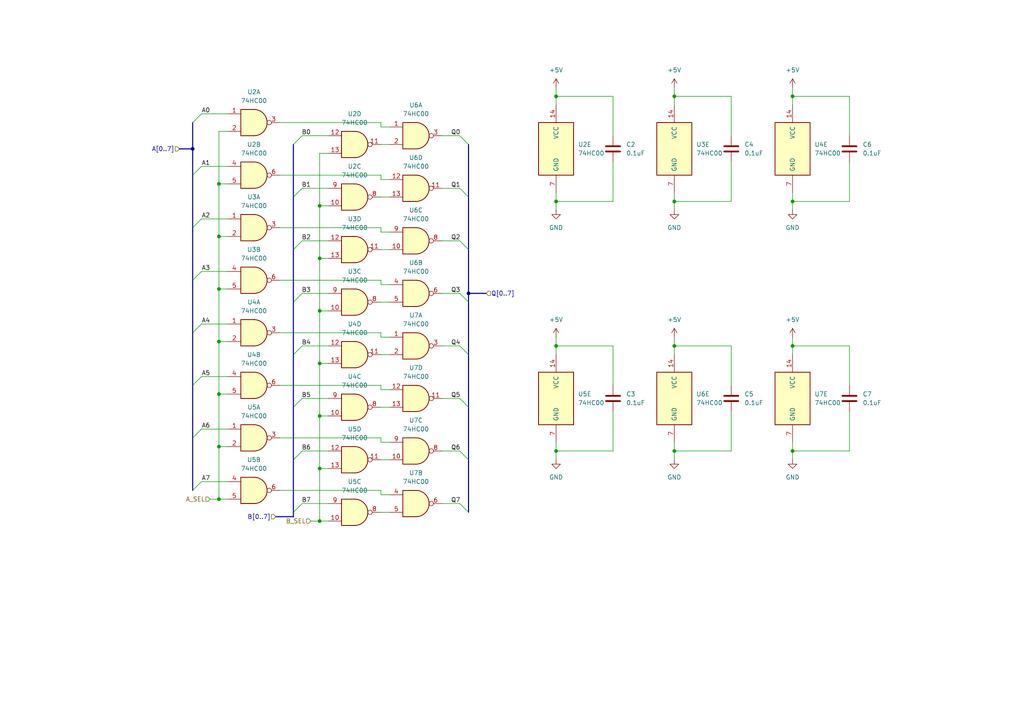
<source format=kicad_sch>
(kicad_sch (version 20230121) (generator eeschema)
  (paper "A4")
  (lib_symbols
    (symbol "74xx:74HC00" (pin_names (offset 1.016))
      (property "Reference" "U" (at 0 1.27 0))
      (property "Value" "74HC00" (at 0 -1.27 0))
      (symbol "74HC00_1_1"
        (arc (start 0 -3.81) (mid 3.7934 0) (end 0 3.81) (stroke (width 0.254)) (fill (type background)))
        (polyline (pts (xy 0 3.81) (xy -3.81 3.81) (xy -3.81 -3.81) (xy 0 -3.81)) (stroke (width 0.254)) (fill (type background)))
        (pin input line (at -7.62 2.54 0) (length 3.81) (name "~") (number "1"))
        (pin input line (at -7.62 -2.54 0) (length 3.81) (name "~") (number "2"))
        (pin output inverted (at 7.62 0 180) (length 3.81) (name "~") (number "3"))
      )
      (symbol "74HC00_1_2"
        (arc (start -3.81 -3.81) (mid -2.589 0) (end -3.81 3.81) (stroke (width 0.254)))
        (arc (start -0.6096 -3.81) (mid 2.1842 -2.5851) (end 3.81 0) (stroke (width 0.254)) (fill (type background)))
        (polyline (pts (xy -3.81 -3.81) (xy -0.635 -3.81)) (stroke (width 0.254)) (fill (type background)))
        (polyline (pts (xy -3.81 3.81) (xy -0.635 3.81)) (stroke (width 0.254)) (fill (type background)))
        (polyline (pts (xy -0.635 3.81) (xy -3.81 3.81) (xy -3.81 3.81) (xy -3.556 3.4036) (xy -3.0226 2.2606) (xy -2.6924 1.0414) (xy -2.6162 -0.254) (xy -2.7686 -1.4986) (xy -3.175 -2.7178) (xy -3.81 -3.81) (xy -3.81 -3.81) (xy -0.635 -3.81)) (stroke (width -25.4)) (fill (type background)))
        (arc (start 3.81 0) (mid 2.1915 2.5936) (end -0.6096 3.81) (stroke (width 0.254)) (fill (type background)))
        (pin input inverted (at -7.62 2.54 0) (length 4.318) (name "~") (number "1"))
        (pin input inverted (at -7.62 -2.54 0) (length 4.318) (name "~") (number "2"))
        (pin output line (at 7.62 0 180) (length 3.81) (name "~") (number "3"))
      )
      (symbol "74HC00_2_1"
        (arc (start 0 -3.81) (mid 3.7934 0) (end 0 3.81) (stroke (width 0.254)) (fill (type background)))
        (polyline (pts (xy 0 3.81) (xy -3.81 3.81) (xy -3.81 -3.81) (xy 0 -3.81)) (stroke (width 0.254)) (fill (type background)))
        (pin input line (at -7.62 2.54 0) (length 3.81) (name "~") (number "4"))
        (pin input line (at -7.62 -2.54 0) (length 3.81) (name "~") (number "5"))
        (pin output inverted (at 7.62 0 180) (length 3.81) (name "~") (number "6"))
      )
      (symbol "74HC00_2_2"
        (arc (start -3.81 -3.81) (mid -2.589 0) (end -3.81 3.81) (stroke (width 0.254)))
        (arc (start -0.6096 -3.81) (mid 2.1842 -2.5851) (end 3.81 0) (stroke (width 0.254)) (fill (type background)))
        (polyline (pts (xy -3.81 -3.81) (xy -0.635 -3.81)) (stroke (width 0.254)) (fill (type background)))
        (polyline (pts (xy -3.81 3.81) (xy -0.635 3.81)) (stroke (width 0.254)) (fill (type background)))
        (polyline (pts (xy -0.635 3.81) (xy -3.81 3.81) (xy -3.81 3.81) (xy -3.556 3.4036) (xy -3.0226 2.2606) (xy -2.6924 1.0414) (xy -2.6162 -0.254) (xy -2.7686 -1.4986) (xy -3.175 -2.7178) (xy -3.81 -3.81) (xy -3.81 -3.81) (xy -0.635 -3.81)) (stroke (width -25.4)) (fill (type background)))
        (arc (start 3.81 0) (mid 2.1915 2.5936) (end -0.6096 3.81) (stroke (width 0.254)) (fill (type background)))
        (pin input inverted (at -7.62 2.54 0) (length 4.318) (name "~") (number "4"))
        (pin input inverted (at -7.62 -2.54 0) (length 4.318) (name "~") (number "5"))
        (pin output line (at 7.62 0 180) (length 3.81) (name "~") (number "6"))
      )
      (symbol "74HC00_3_1"
        (arc (start 0 -3.81) (mid 3.7934 0) (end 0 3.81) (stroke (width 0.254)) (fill (type background)))
        (polyline (pts (xy 0 3.81) (xy -3.81 3.81) (xy -3.81 -3.81) (xy 0 -3.81)) (stroke (width 0.254)) (fill (type background)))
        (pin input line (at -7.62 -2.54 0) (length 3.81) (name "~") (number "10"))
        (pin output inverted (at 7.62 0 180) (length 3.81) (name "~") (number "8"))
        (pin input line (at -7.62 2.54 0) (length 3.81) (name "~") (number "9"))
      )
      (symbol "74HC00_3_2"
        (arc (start -3.81 -3.81) (mid -2.589 0) (end -3.81 3.81) (stroke (width 0.254)))
        (arc (start -0.6096 -3.81) (mid 2.1842 -2.5851) (end 3.81 0) (stroke (width 0.254)) (fill (type background)))
        (polyline (pts (xy -3.81 -3.81) (xy -0.635 -3.81)) (stroke (width 0.254)) (fill (type background)))
        (polyline (pts (xy -3.81 3.81) (xy -0.635 3.81)) (stroke (width 0.254)) (fill (type background)))
        (polyline (pts (xy -0.635 3.81) (xy -3.81 3.81) (xy -3.81 3.81) (xy -3.556 3.4036) (xy -3.0226 2.2606) (xy -2.6924 1.0414) (xy -2.6162 -0.254) (xy -2.7686 -1.4986) (xy -3.175 -2.7178) (xy -3.81 -3.81) (xy -3.81 -3.81) (xy -0.635 -3.81)) (stroke (width -25.4)) (fill (type background)))
        (arc (start 3.81 0) (mid 2.1915 2.5936) (end -0.6096 3.81) (stroke (width 0.254)) (fill (type background)))
        (pin input inverted (at -7.62 -2.54 0) (length 4.318) (name "~") (number "10"))
        (pin output line (at 7.62 0 180) (length 3.81) (name "~") (number "8"))
        (pin input inverted (at -7.62 2.54 0) (length 4.318) (name "~") (number "9"))
      )
      (symbol "74HC00_4_1"
        (arc (start 0 -3.81) (mid 3.7934 0) (end 0 3.81) (stroke (width 0.254)) (fill (type background)))
        (polyline (pts (xy 0 3.81) (xy -3.81 3.81) (xy -3.81 -3.81) (xy 0 -3.81)) (stroke (width 0.254)) (fill (type background)))
        (pin output inverted (at 7.62 0 180) (length 3.81) (name "~") (number "11"))
        (pin input line (at -7.62 2.54 0) (length 3.81) (name "~") (number "12"))
        (pin input line (at -7.62 -2.54 0) (length 3.81) (name "~") (number "13"))
      )
      (symbol "74HC00_4_2"
        (arc (start -3.81 -3.81) (mid -2.589 0) (end -3.81 3.81) (stroke (width 0.254)))
        (arc (start -0.6096 -3.81) (mid 2.1842 -2.5851) (end 3.81 0) (stroke (width 0.254)) (fill (type background)))
        (polyline (pts (xy -3.81 -3.81) (xy -0.635 -3.81)) (stroke (width 0.254)) (fill (type background)))
        (polyline (pts (xy -3.81 3.81) (xy -0.635 3.81)) (stroke (width 0.254)) (fill (type background)))
        (polyline (pts (xy -0.635 3.81) (xy -3.81 3.81) (xy -3.81 3.81) (xy -3.556 3.4036) (xy -3.0226 2.2606) (xy -2.6924 1.0414) (xy -2.6162 -0.254) (xy -2.7686 -1.4986) (xy -3.175 -2.7178) (xy -3.81 -3.81) (xy -3.81 -3.81) (xy -0.635 -3.81)) (stroke (width -25.4)) (fill (type background)))
        (arc (start 3.81 0) (mid 2.1915 2.5936) (end -0.6096 3.81) (stroke (width 0.254)) (fill (type background)))
        (pin output line (at 7.62 0 180) (length 3.81) (name "~") (number "11"))
        (pin input inverted (at -7.62 2.54 0) (length 4.318) (name "~") (number "12"))
        (pin input inverted (at -7.62 -2.54 0) (length 4.318) (name "~") (number "13"))
      )
      (symbol "74HC00_5_0"
        (pin power_in line (at 0 12.7 270) (length 5.08) (name "VCC") (number "14"))
        (pin power_in line (at 0 -12.7 90) (length 5.08) (name "GND") (number "7"))
      )
      (symbol "74HC00_5_1"
        (rectangle (start -5.08 7.62) (end 5.08 -7.62) (stroke (width 0.254)) (fill (type background)))
      )
    )
    (symbol "Device:C" (pin_numbers hide) (pin_names (offset 0.254))
      (property "Reference" "C" (at 0.635 2.54 0))
      (property "Value" "C" (at 0.635 -2.54 0))
      (symbol "C_0_1"
        (polyline (pts (xy -2.032 -0.762) (xy 2.032 -0.762)) (stroke (width 0.508)))
        (polyline (pts (xy -2.032 0.762) (xy 2.032 0.762)) (stroke (width 0.508)))
      )
      (symbol "C_1_1"
        (pin passive line (at 0 3.81 270) (length 2.794) (name "~") (number "1"))
        (pin passive line (at 0 -3.81 90) (length 2.794) (name "~") (number "2"))
      )
    )
    (symbol "power:+5V" (power) (pin_names (offset 0))
      (property "Value" "+5V" (at 0 3.556 0))
      (symbol "+5V_0_1"
        (polyline (pts (xy -0.762 1.27) (xy 0 2.54)))
        (polyline (pts (xy 0 0) (xy 0 2.54)))
        (polyline (pts (xy 0 2.54) (xy 0.762 1.27)))
      )
      (symbol "+5V_1_1"
        (pin power_in line (at 0 0 90) (length 0) hide (name "+5V") (number "1"))
      )
    )
    (symbol "power:GND" (power) (pin_names (offset 0))
      (property "Value" "GND" (at 0 -3.81 0))
      (symbol "GND_0_1"
        (polyline (pts (xy 0 0) (xy 0 -1.27) (xy 1.27 -1.27) (xy 0 -2.54) (xy -1.27 -1.27) (xy 0 -1.27)))
      )
      (symbol "GND_1_1"
        (pin power_in line (at 0 0 270) (length 0) hide (name "GND") (number "1"))
      )
    )
  )
  (junction (at 161.29 27.94))
  (junction (at 63.5 129.54))
  (junction (at 92.71 90.17))
  (junction (at 161.29 130.81))
  (junction (at 63.5 83.82))
  (junction (at 161.29 58.42))
  (junction (at 63.5 99.06))
  (junction (at 161.29 100.33))
  (junction (at 92.71 135.89))
  (junction (at 195.58 27.94))
  (junction (at 92.71 74.93))
  (junction (at 55.88 43.18))
  (junction (at 135.89 85.09))
  (junction (at 195.58 58.42))
  (junction (at 229.87 27.94))
  (junction (at 92.71 151.13))
  (junction (at 63.5 114.3))
  (junction (at 63.5 144.78))
  (junction (at 92.71 105.41))
  (junction (at 229.87 130.81))
  (junction (at 63.5 68.58))
  (junction (at 63.5 53.34))
  (junction (at 195.58 100.33))
  (junction (at 229.87 100.33))
  (junction (at 229.87 58.42))
  (junction (at 195.58 130.81))
  (junction (at 92.71 59.69))
  (junction (at 92.71 120.65))
  (bus_entry (at 133.35 130.81) (size 2.54 2.54))
  (bus_entry (at 87.63 85.09) (size -2.54 2.54))
  (bus_entry (at 87.63 54.61) (size -2.54 2.54))
  (bus_entry (at 58.42 48.26) (size -2.54 2.54))
  (bus_entry (at 58.42 93.98) (size -2.54 2.54))
  (bus_entry (at 87.63 115.57) (size -2.54 2.54))
  (bus_entry (at 58.42 78.74) (size -2.54 2.54))
  (bus_entry (at 133.35 69.85) (size 2.54 2.54))
  (bus_entry (at 58.42 109.22) (size -2.54 2.54))
  (bus_entry (at 87.63 39.37) (size -2.54 2.54))
  (bus_entry (at 87.63 69.85) (size -2.54 2.54))
  (bus_entry (at 58.42 33.02) (size -2.54 2.54))
  (bus_entry (at 133.35 85.09) (size 2.54 2.54))
  (bus_entry (at 87.63 100.33) (size -2.54 2.54))
  (bus_entry (at 133.35 115.57) (size 2.54 2.54))
  (bus_entry (at 133.35 39.37) (size 2.54 2.54))
  (bus_entry (at 58.42 139.7) (size -2.54 2.54))
  (bus_entry (at 133.35 54.61) (size 2.54 2.54))
  (bus_entry (at 87.63 130.81) (size -2.54 2.54))
  (bus_entry (at 58.42 124.46) (size -2.54 2.54))
  (bus_entry (at 133.35 146.05) (size 2.54 2.54))
  (bus_entry (at 87.63 146.05) (size -2.54 2.54))
  (bus_entry (at 133.35 100.33) (size 2.54 2.54))
  (bus_entry (at 58.42 63.5) (size -2.54 2.54))
  (wire (pts (xy 195.58 58.42) (xy 195.58 55.88)))
  (bus (pts (xy 85.09 57.15) (xy 85.09 72.39)))
  (wire (pts (xy 113.03 128.27) (xy 110.49 128.27)))
  (wire (pts (xy 92.71 120.65) (xy 92.71 135.89)))
  (wire (pts (xy 246.38 39.37) (xy 246.38 27.94)))
  (wire (pts (xy 229.87 58.42) (xy 229.87 55.88)))
  (wire (pts (xy 110.49 81.28) (xy 81.28 81.28)))
  (wire (pts (xy 229.87 58.42) (xy 229.87 60.96)))
  (wire (pts (xy 66.04 83.82) (xy 63.5 83.82)))
  (wire (pts (xy 66.04 114.3) (xy 63.5 114.3)))
  (bus (pts (xy 85.09 133.35) (xy 85.09 148.59)))
  (wire (pts (xy 229.87 97.79) (xy 229.87 100.33)))
  (wire (pts (xy 92.71 74.93) (xy 95.25 74.93)))
  (wire (pts (xy 110.49 128.27) (xy 110.49 127)))
  (wire (pts (xy 177.8 27.94) (xy 161.29 27.94)))
  (wire (pts (xy 195.58 25.4) (xy 195.58 27.94)))
  (wire (pts (xy 128.27 54.61) (xy 133.35 54.61)))
  (wire (pts (xy 66.04 48.26) (xy 58.42 48.26)))
  (wire (pts (xy 110.49 87.63) (xy 113.03 87.63)))
  (wire (pts (xy 113.03 82.55) (xy 110.49 82.55)))
  (bus (pts (xy 135.89 41.91) (xy 135.89 57.15)))
  (wire (pts (xy 195.58 97.79) (xy 195.58 100.33)))
  (wire (pts (xy 128.27 85.09) (xy 133.35 85.09)))
  (wire (pts (xy 95.25 130.81) (xy 87.63 130.81)))
  (wire (pts (xy 95.25 85.09) (xy 87.63 85.09)))
  (wire (pts (xy 177.8 119.38) (xy 177.8 130.81)))
  (wire (pts (xy 110.49 97.79) (xy 113.03 97.79)))
  (wire (pts (xy 161.29 27.94) (xy 161.29 30.48)))
  (bus (pts (xy 135.89 102.87) (xy 135.89 118.11)))
  (wire (pts (xy 110.49 41.91) (xy 113.03 41.91)))
  (bus (pts (xy 135.89 72.39) (xy 135.89 85.09)))
  (wire (pts (xy 161.29 130.81) (xy 161.29 128.27)))
  (wire (pts (xy 113.03 52.07) (xy 110.49 52.07)))
  (wire (pts (xy 95.25 146.05) (xy 87.63 146.05)))
  (wire (pts (xy 177.8 111.76) (xy 177.8 100.33)))
  (wire (pts (xy 110.49 96.52) (xy 110.49 97.79)))
  (wire (pts (xy 92.71 120.65) (xy 95.25 120.65)))
  (wire (pts (xy 95.25 54.61) (xy 87.63 54.61)))
  (wire (pts (xy 66.04 124.46) (xy 58.42 124.46)))
  (wire (pts (xy 63.5 53.34) (xy 63.5 68.58)))
  (wire (pts (xy 81.28 50.8) (xy 110.49 50.8)))
  (wire (pts (xy 246.38 130.81) (xy 229.87 130.81)))
  (wire (pts (xy 92.71 135.89) (xy 92.71 151.13)))
  (wire (pts (xy 95.25 69.85) (xy 87.63 69.85)))
  (wire (pts (xy 113.03 113.03) (xy 110.49 113.03)))
  (wire (pts (xy 229.87 130.81) (xy 229.87 133.35)))
  (wire (pts (xy 110.49 67.31) (xy 110.49 66.04)))
  (wire (pts (xy 110.49 133.35) (xy 113.03 133.35)))
  (wire (pts (xy 92.71 59.69) (xy 92.71 74.93)))
  (wire (pts (xy 66.04 33.02) (xy 58.42 33.02)))
  (wire (pts (xy 95.25 115.57) (xy 87.63 115.57)))
  (wire (pts (xy 212.09 58.42) (xy 195.58 58.42)))
  (wire (pts (xy 161.29 58.42) (xy 161.29 60.96)))
  (wire (pts (xy 212.09 46.99) (xy 212.09 58.42)))
  (wire (pts (xy 92.71 44.45) (xy 92.71 59.69)))
  (wire (pts (xy 177.8 46.99) (xy 177.8 58.42)))
  (wire (pts (xy 63.5 114.3) (xy 63.5 129.54)))
  (wire (pts (xy 92.71 90.17) (xy 92.71 105.41)))
  (wire (pts (xy 92.71 90.17) (xy 95.25 90.17)))
  (wire (pts (xy 195.58 130.81) (xy 195.58 133.35)))
  (bus (pts (xy 135.89 118.11) (xy 135.89 133.35)))
  (wire (pts (xy 246.38 111.76) (xy 246.38 100.33)))
  (bus (pts (xy 55.88 81.28) (xy 55.88 96.52)))
  (wire (pts (xy 212.09 119.38) (xy 212.09 130.81)))
  (wire (pts (xy 110.49 113.03) (xy 110.49 111.76)))
  (wire (pts (xy 110.49 118.11) (xy 113.03 118.11)))
  (wire (pts (xy 113.03 67.31) (xy 110.49 67.31)))
  (wire (pts (xy 63.5 68.58) (xy 63.5 83.82)))
  (wire (pts (xy 66.04 99.06) (xy 63.5 99.06)))
  (wire (pts (xy 128.27 130.81) (xy 133.35 130.81)))
  (wire (pts (xy 66.04 109.22) (xy 58.42 109.22)))
  (wire (pts (xy 195.58 58.42) (xy 195.58 60.96)))
  (wire (pts (xy 110.49 57.15) (xy 113.03 57.15)))
  (wire (pts (xy 110.49 143.51) (xy 110.49 142.24)))
  (wire (pts (xy 195.58 100.33) (xy 195.58 102.87)))
  (wire (pts (xy 66.04 139.7) (xy 58.42 139.7)))
  (wire (pts (xy 110.49 66.04) (xy 81.28 66.04)))
  (wire (pts (xy 161.29 97.79) (xy 161.29 100.33)))
  (wire (pts (xy 66.04 68.58) (xy 63.5 68.58)))
  (wire (pts (xy 161.29 58.42) (xy 161.29 55.88)))
  (wire (pts (xy 110.49 142.24) (xy 81.28 142.24)))
  (wire (pts (xy 195.58 27.94) (xy 195.58 30.48)))
  (bus (pts (xy 55.88 35.56) (xy 55.88 43.18)))
  (wire (pts (xy 81.28 35.56) (xy 110.49 35.56)))
  (wire (pts (xy 110.49 52.07) (xy 110.49 50.8)))
  (wire (pts (xy 128.27 146.05) (xy 133.35 146.05)))
  (wire (pts (xy 81.28 111.76) (xy 110.49 111.76)))
  (wire (pts (xy 110.49 36.83) (xy 113.03 36.83)))
  (wire (pts (xy 90.17 151.13) (xy 92.71 151.13)))
  (wire (pts (xy 212.09 130.81) (xy 195.58 130.81)))
  (wire (pts (xy 246.38 119.38) (xy 246.38 130.81)))
  (wire (pts (xy 95.25 39.37) (xy 87.63 39.37)))
  (bus (pts (xy 85.09 87.63) (xy 85.09 102.87)))
  (wire (pts (xy 229.87 100.33) (xy 229.87 102.87)))
  (wire (pts (xy 110.49 72.39) (xy 113.03 72.39)))
  (wire (pts (xy 229.87 27.94) (xy 229.87 30.48)))
  (wire (pts (xy 212.09 100.33) (xy 195.58 100.33)))
  (wire (pts (xy 177.8 100.33) (xy 161.29 100.33)))
  (wire (pts (xy 113.03 143.51) (xy 110.49 143.51)))
  (wire (pts (xy 128.27 39.37) (xy 133.35 39.37)))
  (wire (pts (xy 110.49 148.59) (xy 113.03 148.59)))
  (wire (pts (xy 212.09 111.76) (xy 212.09 100.33)))
  (bus (pts (xy 135.89 87.63) (xy 135.89 102.87)))
  (wire (pts (xy 212.09 27.94) (xy 195.58 27.94)))
  (wire (pts (xy 195.58 130.81) (xy 195.58 128.27)))
  (wire (pts (xy 128.27 115.57) (xy 133.35 115.57)))
  (wire (pts (xy 66.04 78.74) (xy 58.42 78.74)))
  (wire (pts (xy 246.38 100.33) (xy 229.87 100.33)))
  (wire (pts (xy 128.27 100.33) (xy 133.35 100.33)))
  (bus (pts (xy 55.88 96.52) (xy 55.88 111.76)))
  (wire (pts (xy 246.38 46.99) (xy 246.38 58.42)))
  (wire (pts (xy 246.38 27.94) (xy 229.87 27.94)))
  (wire (pts (xy 177.8 39.37) (xy 177.8 27.94)))
  (bus (pts (xy 135.89 85.09) (xy 140.97 85.09)))
  (wire (pts (xy 128.27 69.85) (xy 133.35 69.85)))
  (wire (pts (xy 92.71 105.41) (xy 95.25 105.41)))
  (bus (pts (xy 135.89 85.09) (xy 135.89 87.63)))
  (wire (pts (xy 66.04 144.78) (xy 63.5 144.78)))
  (wire (pts (xy 110.49 35.56) (xy 110.49 36.83)))
  (bus (pts (xy 135.89 133.35) (xy 135.89 148.59)))
  (wire (pts (xy 229.87 25.4) (xy 229.87 27.94)))
  (wire (pts (xy 66.04 129.54) (xy 63.5 129.54)))
  (bus (pts (xy 85.09 118.11) (xy 85.09 133.35)))
  (bus (pts (xy 85.09 149.86) (xy 80.01 149.86)))
  (wire (pts (xy 63.5 83.82) (xy 63.5 99.06)))
  (wire (pts (xy 63.5 99.06) (xy 63.5 114.3)))
  (wire (pts (xy 66.04 93.98) (xy 58.42 93.98)))
  (bus (pts (xy 55.88 43.18) (xy 55.88 50.8)))
  (wire (pts (xy 66.04 63.5) (xy 58.42 63.5)))
  (wire (pts (xy 63.5 38.1) (xy 63.5 53.34)))
  (bus (pts (xy 135.89 57.15) (xy 135.89 72.39)))
  (wire (pts (xy 95.25 100.33) (xy 87.63 100.33)))
  (wire (pts (xy 110.49 102.87) (xy 113.03 102.87)))
  (wire (pts (xy 177.8 130.81) (xy 161.29 130.81)))
  (wire (pts (xy 60.96 144.78) (xy 63.5 144.78)))
  (wire (pts (xy 229.87 130.81) (xy 229.87 128.27)))
  (bus (pts (xy 85.09 41.91) (xy 85.09 57.15)))
  (wire (pts (xy 66.04 38.1) (xy 63.5 38.1)))
  (wire (pts (xy 66.04 53.34) (xy 63.5 53.34)))
  (wire (pts (xy 110.49 82.55) (xy 110.49 81.28)))
  (bus (pts (xy 55.88 50.8) (xy 55.88 66.04)))
  (bus (pts (xy 52.07 43.18) (xy 55.88 43.18)))
  (bus (pts (xy 55.88 127) (xy 55.88 142.24)))
  (wire (pts (xy 95.25 44.45) (xy 92.71 44.45)))
  (wire (pts (xy 161.29 25.4) (xy 161.29 27.94)))
  (bus (pts (xy 85.09 149.86) (xy 85.09 148.59)))
  (bus (pts (xy 85.09 72.39) (xy 85.09 87.63)))
  (wire (pts (xy 81.28 127) (xy 110.49 127)))
  (wire (pts (xy 92.71 135.89) (xy 95.25 135.89)))
  (wire (pts (xy 92.71 151.13) (xy 95.25 151.13)))
  (bus (pts (xy 85.09 102.87) (xy 85.09 118.11)))
  (wire (pts (xy 92.71 59.69) (xy 95.25 59.69)))
  (wire (pts (xy 92.71 105.41) (xy 92.71 120.65)))
  (wire (pts (xy 161.29 100.33) (xy 161.29 102.87)))
  (wire (pts (xy 212.09 39.37) (xy 212.09 27.94)))
  (bus (pts (xy 55.88 66.04) (xy 55.88 81.28)))
  (wire (pts (xy 92.71 74.93) (xy 92.71 90.17)))
  (wire (pts (xy 63.5 129.54) (xy 63.5 144.78)))
  (wire (pts (xy 161.29 130.81) (xy 161.29 133.35)))
  (wire (pts (xy 177.8 58.42) (xy 161.29 58.42)))
  (bus (pts (xy 55.88 111.76) (xy 55.88 127)))
  (wire (pts (xy 246.38 58.42) (xy 229.87 58.42)))
  (wire (pts (xy 81.28 96.52) (xy 110.49 96.52)))
  (label "Q3" (at 130.81 85.09 0))
  (label "A5" (at 60.96 109.22 180))
  (label "B3" (at 90.17 85.09 180))
  (label "Q6" (at 130.81 130.81 0))
  (label "A1" (at 60.96 48.26 180))
  (label "A2" (at 60.96 63.5 180))
  (label "B7" (at 90.17 146.05 180))
  (label "B2" (at 90.17 69.85 180))
  (label "Q5" (at 130.81 115.57 0))
  (label "B6" (at 90.17 130.81 180))
  (label "A3" (at 60.96 78.74 180))
  (label "A4" (at 60.96 93.98 180))
  (label "A6" (at 60.96 124.46 180))
  (label "B0" (at 90.17 39.37 180))
  (label "A0" (at 60.96 33.02 180))
  (label "Q0" (at 130.81 39.37 0))
  (label "Q2" (at 130.81 69.85 0))
  (label "A7" (at 60.96 139.7 180))
  (label "B1" (at 90.17 54.61 180))
  (label "Q4" (at 130.81 100.33 0))
  (label "Q7" (at 130.81 146.05 0))
  (label "Q1" (at 130.81 54.61 0))
  (label "B5" (at 90.17 115.57 180))
  (label "B4" (at 90.17 100.33 180))
  (hierarchical_label "A[0..7]" (shape input) (at 52.07 43.18 180))
  (hierarchical_label "A_SEL" (shape input) (at 60.96 144.78 180))
  (hierarchical_label "B_SEL" (shape input) (at 90.17 151.13 180))
  (hierarchical_label "Q[0..7]" (shape input) (at 140.97 85.09 0))
  (hierarchical_label "B[0..7]" (shape input) (at 80.01 149.86 180))
  (symbol (lib_id "74xx:74HC00") (at 120.65 146.05 0) (unit 2)
    (property "Reference" "U7" (at 120.6417 137.16 0))
    (property "Value" "74HC00" (at 120.6417 139.7 0))
    (property "Footprint" "Package_DIP:DIP-14_W7.62mm_Socket" (effects hide))
    (property "Datasheet" "http://www.ti.com/lit/gpn/sn74hc00" (effects hide))
    (instances (project "dualmux" (path "" (reference "U7") (unit 2)) (path "" (reference "U13") (unit 2))))
  )
  (symbol (lib_id "74xx:74HC00") (at 102.87 57.15 0) (unit 3)
    (property "Reference" "U2" (at 102.8617 48.26 0))
    (property "Value" "74HC00" (at 102.8617 50.8 0))
    (property "Footprint" "Package_DIP:DIP-14_W7.62mm_Socket" (effects hide))
    (property "Datasheet" "http://www.ti.com/lit/gpn/sn74hc00" (effects hide))
    (instances (project "dualmux" (path "" (reference "U2") (unit 3)) (path "" (reference "U8") (unit 3))))
  )
  (symbol (lib_id "74xx:74HC00") (at 73.66 35.56 0) (unit 1)
    (property "Reference" "U2" (at 73.6517 26.67 0))
    (property "Value" "74HC00" (at 73.6517 29.21 0))
    (property "Footprint" "Package_DIP:DIP-14_W7.62mm_Socket" (effects hide))
    (property "Datasheet" "http://www.ti.com/lit/gpn/sn74hc00" (effects hide))
    (instances (project "dualmux" (path "" (reference "U2") (unit 1)) (path "" (reference "U8") (unit 1))))
  )
  (symbol (lib_id "Device:C") (at 177.8 43.18 0) (unit 1)
    (property "Reference" "C2" (at 181.61 41.9099 0) (effects (justify left)))
    (property "Value" "0.1uF" (at 181.61 44.4499 0) (effects (justify left)))
    (property "Footprint" "Capacitor_THT:C_Disc_D4.3mm_W1.9mm_P5.00mm" (effects hide))
    (instances (project "dualmux" (path "" (reference "C2") (unit 1)) (path "" (reference "C8") (unit 1))))
  )
  (symbol (lib_id "power:+5V") (at 195.58 97.79 0) (unit 1)
    (property "Reference" "#PWR013" (effects hide))
    (property "Value" "+5V" (at 195.58 92.71 0))
    (instances (project "dualmux" (path "" (reference "#PWR013") (unit 1)) (path "" (reference "#PWR025") (unit 1))))
  )
  (symbol (lib_id "74xx:74HC00") (at 102.87 118.11 0) (unit 3)
    (property "Reference" "U4" (at 102.8617 109.22 0))
    (property "Value" "74HC00" (at 102.8617 111.76 0))
    (property "Footprint" "Package_DIP:DIP-14_W7.62mm_Socket" (effects hide))
    (property "Datasheet" "http://www.ti.com/lit/gpn/sn74hc00" (effects hide))
    (instances (project "dualmux" (path "" (reference "U4") (unit 3)) (path "" (reference "U10") (unit 3))))
  )
  (symbol (lib_id "power:+5V") (at 229.87 25.4 0) (unit 1)
    (property "Reference" "#PWR015" (effects hide))
    (property "Value" "+5V" (at 229.87 20.32 0))
    (instances (project "dualmux" (path "" (reference "#PWR015") (unit 1)) (path "" (reference "#PWR027") (unit 1))))
  )
  (symbol (lib_id "74xx:74HC00") (at 120.65 130.81 0) (unit 3)
    (property "Reference" "U7" (at 120.6417 121.92 0))
    (property "Value" "74HC00" (at 120.6417 124.46 0))
    (property "Footprint" "Package_DIP:DIP-14_W7.62mm_Socket" (effects hide))
    (property "Datasheet" "http://www.ti.com/lit/gpn/sn74hc00" (effects hide))
    (instances (project "dualmux" (path "" (reference "U7") (unit 3)) (path "" (reference "U13") (unit 3))))
  )
  (symbol (lib_id "74xx:74HC00") (at 102.87 41.91 0) (unit 4)
    (property "Reference" "U2" (at 102.8617 33.02 0))
    (property "Value" "74HC00" (at 102.8617 35.56 0))
    (property "Footprint" "Package_DIP:DIP-14_W7.62mm_Socket" (effects hide))
    (property "Datasheet" "http://www.ti.com/lit/gpn/sn74hc00" (effects hide))
    (instances (project "dualmux" (path "" (reference "U2") (unit 4)) (path "" (reference "U8") (unit 4))))
  )
  (symbol (lib_id "power:+5V") (at 229.87 97.79 0) (unit 1)
    (property "Reference" "#PWR017" (effects hide))
    (property "Value" "+5V" (at 229.87 92.71 0))
    (instances (project "dualmux" (path "" (reference "#PWR017") (unit 1)) (path "" (reference "#PWR029") (unit 1))))
  )
  (symbol (lib_id "74xx:74HC00") (at 73.66 142.24 0) (unit 2)
    (property "Reference" "U5" (at 73.6517 133.35 0))
    (property "Value" "74HC00" (at 73.6517 135.89 0))
    (property "Footprint" "Package_DIP:DIP-14_W7.62mm_Socket" (effects hide))
    (property "Datasheet" "http://www.ti.com/lit/gpn/sn74hc00" (effects hide))
    (instances (project "dualmux" (path "" (reference "U5") (unit 2)) (path "" (reference "U11") (unit 2))))
  )
  (symbol (lib_id "74xx:74HC00") (at 73.66 81.28 0) (unit 2)
    (property "Reference" "U3" (at 73.6517 72.39 0))
    (property "Value" "74HC00" (at 73.6517 74.93 0))
    (property "Footprint" "Package_DIP:DIP-14_W7.62mm_Socket" (effects hide))
    (property "Datasheet" "http://www.ti.com/lit/gpn/sn74hc00" (effects hide))
    (instances (project "dualmux" (path "" (reference "U3") (unit 2)) (path "" (reference "U9") (unit 2))))
  )
  (symbol (lib_id "74xx:74HC00") (at 73.66 127 0) (unit 1)
    (property "Reference" "U5" (at 73.6517 118.11 0))
    (property "Value" "74HC00" (at 73.6517 120.65 0))
    (property "Footprint" "Package_DIP:DIP-14_W7.62mm_Socket" (effects hide))
    (property "Datasheet" "http://www.ti.com/lit/gpn/sn74hc00" (effects hide))
    (instances (project "dualmux" (path "" (reference "U5") (unit 1)) (path "" (reference "U11") (unit 1))))
  )
  (symbol (lib_id "power:GND") (at 161.29 133.35 0) (unit 1)
    (property "Reference" "#PWR010" (effects hide))
    (property "Value" "GND" (at 161.29 138.43 0))
    (instances (project "dualmux" (path "" (reference "#PWR010") (unit 1)) (path "" (reference "#PWR022") (unit 1))))
  )
  (symbol (lib_id "74xx:74HC00") (at 120.65 115.57 0) (unit 4)
    (property "Reference" "U7" (at 120.6417 106.68 0))
    (property "Value" "74HC00" (at 120.6417 109.22 0))
    (property "Footprint" "Package_DIP:DIP-14_W7.62mm_Socket" (effects hide))
    (property "Datasheet" "http://www.ti.com/lit/gpn/sn74hc00" (effects hide))
    (instances (project "dualmux" (path "" (reference "U7") (unit 4)) (path "" (reference "U13") (unit 4))))
  )
  (symbol (lib_id "74xx:74HC00") (at 102.87 87.63 0) (unit 3)
    (property "Reference" "U3" (at 102.8617 78.74 0))
    (property "Value" "74HC00" (at 102.8617 81.28 0))
    (property "Footprint" "Package_DIP:DIP-14_W7.62mm_Socket" (effects hide))
    (property "Datasheet" "http://www.ti.com/lit/gpn/sn74hc00" (effects hide))
    (instances (project "dualmux" (path "" (reference "U3") (unit 3)) (path "" (reference "U9") (unit 3))))
  )
  (symbol (lib_id "74xx:74HC00") (at 229.87 115.57 0) (unit 5)
    (property "Reference" "U7" (at 236.22 114.3 0) (effects (justify left)))
    (property "Value" "74HC00" (at 236.22 116.84 0) (effects (justify left)))
    (property "Footprint" "Package_DIP:DIP-14_W7.62mm_Socket" (effects hide))
    (property "Datasheet" "http://www.ti.com/lit/gpn/sn74hc00" (effects hide))
    (instances (project "dualmux" (path "" (reference "U7") (unit 5)) (path "" (reference "U13") (unit 5))))
  )
  (symbol (lib_id "74xx:74HC00") (at 161.29 115.57 0) (unit 5)
    (property "Reference" "U5" (at 167.64 114.3 0) (effects (justify left)))
    (property "Value" "74HC00" (at 167.64 116.84 0) (effects (justify left)))
    (property "Footprint" "Package_DIP:DIP-14_W7.62mm_Socket" (effects hide))
    (property "Datasheet" "http://www.ti.com/lit/gpn/sn74hc00" (effects hide))
    (instances (project "dualmux" (path "" (reference "U5") (unit 5)) (path "" (reference "U11") (unit 5))))
  )
  (symbol (lib_id "74xx:74HC00") (at 73.66 111.76 0) (unit 2)
    (property "Reference" "U4" (at 73.6517 102.87 0))
    (property "Value" "74HC00" (at 73.6517 105.41 0))
    (property "Footprint" "Package_DIP:DIP-14_W7.62mm_Socket" (effects hide))
    (property "Datasheet" "http://www.ti.com/lit/gpn/sn74hc00" (effects hide))
    (instances (project "dualmux" (path "" (reference "U4") (unit 2)) (path "" (reference "U10") (unit 2))))
  )
  (symbol (lib_id "power:GND") (at 229.87 60.96 0) (unit 1)
    (property "Reference" "#PWR016" (effects hide))
    (property "Value" "GND" (at 229.87 66.04 0))
    (instances (project "dualmux" (path "" (reference "#PWR016") (unit 1)) (path "" (reference "#PWR028") (unit 1))))
  )
  (symbol (lib_id "power:GND") (at 195.58 60.96 0) (unit 1)
    (property "Reference" "#PWR012" (effects hide))
    (property "Value" "GND" (at 195.58 66.04 0))
    (instances (project "dualmux" (path "" (reference "#PWR012") (unit 1)) (path "" (reference "#PWR024") (unit 1))))
  )
  (symbol (lib_id "74xx:74HC00") (at 120.65 100.33 0) (unit 1)
    (property "Reference" "U7" (at 120.6417 91.44 0))
    (property "Value" "74HC00" (at 120.6417 93.98 0))
    (property "Footprint" "Package_DIP:DIP-14_W7.62mm_Socket" (effects hide))
    (property "Datasheet" "http://www.ti.com/lit/gpn/sn74hc00" (effects hide))
    (instances (project "dualmux" (path "" (reference "U7") (unit 1)) (path "" (reference "U13") (unit 1))))
  )
  (symbol (lib_id "74xx:74HC00") (at 195.58 43.18 0) (unit 5)
    (property "Reference" "U3" (at 201.93 41.91 0) (effects (justify left)))
    (property "Value" "74HC00" (at 201.93 44.45 0) (effects (justify left)))
    (property "Footprint" "Package_DIP:DIP-14_W7.62mm_Socket" (effects hide))
    (property "Datasheet" "http://www.ti.com/lit/gpn/sn74hc00" (effects hide))
    (instances (project "dualmux" (path "" (reference "U3") (unit 5)) (path "" (reference "U9") (unit 5))))
  )
  (symbol (lib_id "Device:C") (at 246.38 43.18 0) (unit 1)
    (property "Reference" "C6" (at 250.19 41.9099 0) (effects (justify left)))
    (property "Value" "0.1uF" (at 250.19 44.4499 0) (effects (justify left)))
    (property "Footprint" "Capacitor_THT:C_Disc_D4.3mm_W1.9mm_P5.00mm" (effects hide))
    (instances (project "dualmux" (path "" (reference "C6") (unit 1)) (path "" (reference "C12") (unit 1))))
  )
  (symbol (lib_id "74xx:74HC00") (at 120.65 39.37 0) (unit 1)
    (property "Reference" "U6" (at 120.6417 30.48 0))
    (property "Value" "74HC00" (at 120.6417 33.02 0))
    (property "Footprint" "Package_DIP:DIP-14_W7.62mm_Socket" (effects hide))
    (property "Datasheet" "http://www.ti.com/lit/gpn/sn74hc00" (effects hide))
    (instances (project "dualmux" (path "" (reference "U6") (unit 1)) (path "" (reference "U12") (unit 1))))
  )
  (symbol (lib_id "power:GND") (at 161.29 60.96 0) (unit 1)
    (property "Reference" "#PWR08" (effects hide))
    (property "Value" "GND" (at 161.29 66.04 0))
    (instances (project "dualmux" (path "" (reference "#PWR08") (unit 1)) (path "" (reference "#PWR020") (unit 1))))
  )
  (symbol (lib_id "74xx:74HC00") (at 73.66 96.52 0) (unit 1)
    (property "Reference" "U4" (at 73.6517 87.63 0))
    (property "Value" "74HC00" (at 73.6517 90.17 0))
    (property "Footprint" "Package_DIP:DIP-14_W7.62mm_Socket" (effects hide))
    (property "Datasheet" "http://www.ti.com/lit/gpn/sn74hc00" (effects hide))
    (instances (project "dualmux" (path "" (reference "U4") (unit 1)) (path "" (reference "U10") (unit 1))))
  )
  (symbol (lib_id "Device:C") (at 212.09 43.18 0) (unit 1)
    (property "Reference" "C4" (at 215.9 41.9099 0) (effects (justify left)))
    (property "Value" "0.1uF" (at 215.9 44.4499 0) (effects (justify left)))
    (property "Footprint" "Capacitor_THT:C_Disc_D4.3mm_W1.9mm_P5.00mm" (effects hide))
    (instances (project "dualmux" (path "" (reference "C4") (unit 1)) (path "" (reference "C10") (unit 1))))
  )
  (symbol (lib_id "74xx:74HC00") (at 195.58 115.57 0) (unit 5)
    (property "Reference" "U6" (at 201.93 114.3 0) (effects (justify left)))
    (property "Value" "74HC00" (at 201.93 116.84 0) (effects (justify left)))
    (property "Footprint" "Package_DIP:DIP-14_W7.62mm_Socket" (effects hide))
    (property "Datasheet" "http://www.ti.com/lit/gpn/sn74hc00" (effects hide))
    (instances (project "dualmux" (path "" (reference "U6") (unit 5)) (path "" (reference "U12") (unit 5))))
  )
  (symbol (lib_id "74xx:74HC00") (at 120.65 69.85 0) (unit 3)
    (property "Reference" "U6" (at 120.6417 60.96 0))
    (property "Value" "74HC00" (at 120.6417 63.5 0))
    (property "Footprint" "Package_DIP:DIP-14_W7.62mm_Socket" (effects hide))
    (property "Datasheet" "http://www.ti.com/lit/gpn/sn74hc00" (effects hide))
    (instances (project "dualmux" (path "" (reference "U6") (unit 3)) (path "" (reference "U12") (unit 3))))
  )
  (symbol (lib_id "Device:C") (at 177.8 115.57 0) (unit 1)
    (property "Reference" "C3" (at 181.61 114.2999 0) (effects (justify left)))
    (property "Value" "0.1uF" (at 181.61 116.8399 0) (effects (justify left)))
    (property "Footprint" "Capacitor_THT:C_Disc_D4.3mm_W1.9mm_P5.00mm" (effects hide))
    (instances (project "dualmux" (path "" (reference "C3") (unit 1)) (path "" (reference "C9") (unit 1))))
  )
  (symbol (lib_id "Device:C") (at 212.09 115.57 0) (unit 1)
    (property "Reference" "C5" (at 215.9 114.2999 0) (effects (justify left)))
    (property "Value" "0.1uF" (at 215.9 116.8399 0) (effects (justify left)))
    (property "Footprint" "Capacitor_THT:C_Disc_D4.3mm_W1.9mm_P5.00mm" (effects hide))
    (instances (project "dualmux" (path "" (reference "C5") (unit 1)) (path "" (reference "C11") (unit 1))))
  )
  (symbol (lib_id "74xx:74HC00") (at 73.66 50.8 0) (unit 2)
    (property "Reference" "U2" (at 73.6517 41.91 0))
    (property "Value" "74HC00" (at 73.6517 44.45 0))
    (property "Footprint" "Package_DIP:DIP-14_W7.62mm_Socket" (effects hide))
    (property "Datasheet" "http://www.ti.com/lit/gpn/sn74hc00" (effects hide))
    (instances (project "dualmux" (path "" (reference "U2") (unit 2)) (path "" (reference "U8") (unit 2))))
  )
  (symbol (lib_id "74xx:74HC00") (at 120.65 54.61 0) (unit 4)
    (property "Reference" "U6" (at 120.6417 45.72 0))
    (property "Value" "74HC00" (at 120.6417 48.26 0))
    (property "Footprint" "Package_DIP:DIP-14_W7.62mm_Socket" (effects hide))
    (property "Datasheet" "http://www.ti.com/lit/gpn/sn74hc00" (effects hide))
    (instances (project "dualmux" (path "" (reference "U6") (unit 4)) (path "" (reference "U12") (unit 4))))
  )
  (symbol (lib_id "power:GND") (at 195.58 133.35 0) (unit 1)
    (property "Reference" "#PWR014" (effects hide))
    (property "Value" "GND" (at 195.58 138.43 0))
    (instances (project "dualmux" (path "" (reference "#PWR014") (unit 1)) (path "" (reference "#PWR026") (unit 1))))
  )
  (symbol (lib_id "power:+5V") (at 195.58 25.4 0) (unit 1)
    (property "Reference" "#PWR011" (effects hide))
    (property "Value" "+5V" (at 195.58 20.32 0))
    (instances (project "dualmux" (path "" (reference "#PWR011") (unit 1)) (path "" (reference "#PWR023") (unit 1))))
  )
  (symbol (lib_id "74xx:74HC00") (at 120.65 85.09 0) (unit 2)
    (property "Reference" "U6" (at 120.6417 76.2 0))
    (property "Value" "74HC00" (at 120.6417 78.74 0))
    (property "Footprint" "Package_DIP:DIP-14_W7.62mm_Socket" (effects hide))
    (property "Datasheet" "http://www.ti.com/lit/gpn/sn74hc00" (effects hide))
    (instances (project "dualmux" (path "" (reference "U6") (unit 2)) (path "" (reference "U12") (unit 2))))
  )
  (symbol (lib_id "74xx:74HC00") (at 102.87 72.39 0) (unit 4)
    (property "Reference" "U3" (at 102.8617 63.5 0))
    (property "Value" "74HC00" (at 102.8617 66.04 0))
    (property "Footprint" "Package_DIP:DIP-14_W7.62mm_Socket" (effects hide))
    (property "Datasheet" "http://www.ti.com/lit/gpn/sn74hc00" (effects hide))
    (instances (project "dualmux" (path "" (reference "U3") (unit 4)) (path "" (reference "U9") (unit 4))))
  )
  (symbol (lib_id "Device:C") (at 246.38 115.57 0) (unit 1)
    (property "Reference" "C7" (at 250.19 114.2999 0) (effects (justify left)))
    (property "Value" "0.1uF" (at 250.19 116.8399 0) (effects (justify left)))
    (property "Footprint" "Capacitor_THT:C_Disc_D4.3mm_W1.9mm_P5.00mm" (effects hide))
    (instances (project "dualmux" (path "" (reference "C7") (unit 1)) (path "" (reference "C13") (unit 1))))
  )
  (symbol (lib_id "74xx:74HC00") (at 102.87 133.35 0) (unit 4)
    (property "Reference" "U5" (at 102.8617 124.46 0))
    (property "Value" "74HC00" (at 102.8617 127 0))
    (property "Footprint" "Package_DIP:DIP-14_W7.62mm_Socket" (effects hide))
    (property "Datasheet" "http://www.ti.com/lit/gpn/sn74hc00" (effects hide))
    (instances (project "dualmux" (path "" (reference "U5") (unit 4)) (path "" (reference "U11") (unit 4))))
  )
  (symbol (lib_id "power:+5V") (at 161.29 97.79 0) (unit 1)
    (property "Reference" "#PWR09" (effects hide))
    (property "Value" "+5V" (at 161.29 92.71 0))
    (instances (project "dualmux" (path "" (reference "#PWR09") (unit 1)) (path "" (reference "#PWR021") (unit 1))))
  )
  (symbol (lib_id "74xx:74HC00") (at 102.87 102.87 0) (unit 4)
    (property "Reference" "U4" (at 102.8617 93.98 0))
    (property "Value" "74HC00" (at 102.8617 96.52 0))
    (property "Footprint" "Package_DIP:DIP-14_W7.62mm_Socket" (effects hide))
    (property "Datasheet" "http://www.ti.com/lit/gpn/sn74hc00" (effects hide))
    (instances (project "dualmux" (path "" (reference "U4") (unit 4)) (path "" (reference "U10") (unit 4))))
  )
  (symbol (lib_id "74xx:74HC00") (at 161.29 43.18 0) (unit 5)
    (property "Reference" "U2" (at 167.64 41.91 0) (effects (justify left)))
    (property "Value" "74HC00" (at 167.64 44.45 0) (effects (justify left)))
    (property "Footprint" "Package_DIP:DIP-14_W7.62mm_Socket" (effects hide))
    (property "Datasheet" "http://www.ti.com/lit/gpn/sn74hc00" (effects hide))
    (instances (project "dualmux" (path "" (reference "U2") (unit 5)) (path "" (reference "U8") (unit 5))))
  )
  (symbol (lib_id "74xx:74HC00") (at 229.87 43.18 0) (unit 5)
    (property "Reference" "U4" (at 236.22 41.91 0) (effects (justify left)))
    (property "Value" "74HC00" (at 236.22 44.45 0) (effects (justify left)))
    (property "Footprint" "Package_DIP:DIP-14_W7.62mm_Socket" (effects hide))
    (property "Datasheet" "http://www.ti.com/lit/gpn/sn74hc00" (effects hide))
    (instances (project "dualmux" (path "" (reference "U4") (unit 5)) (path "" (reference "U10") (unit 5))))
  )
  (symbol (lib_id "74xx:74HC00") (at 73.66 66.04 0) (unit 1)
    (property "Reference" "U3" (at 73.6517 57.15 0))
    (property "Value" "74HC00" (at 73.6517 59.69 0))
    (property "Footprint" "Package_DIP:DIP-14_W7.62mm_Socket" (effects hide))
    (property "Datasheet" "http://www.ti.com/lit/gpn/sn74hc00" (effects hide))
    (instances (project "dualmux" (path "" (reference "U3") (unit 1)) (path "" (reference "U9") (unit 1))))
  )
  (symbol (lib_id "power:+5V") (at 161.29 25.4 0) (unit 1)
    (property "Reference" "#PWR07" (effects hide))
    (property "Value" "+5V" (at 161.29 20.32 0))
    (instances (project "dualmux" (path "" (reference "#PWR07") (unit 1)) (path "" (reference "#PWR019") (unit 1))))
  )
  (symbol (lib_id "power:GND") (at 229.87 133.35 0) (unit 1)
    (property "Reference" "#PWR018" (effects hide))
    (property "Value" "GND" (at 229.87 138.43 0))
    (instances (project "dualmux" (path "" (reference "#PWR018") (unit 1)) (path "" (reference "#PWR030") (unit 1))))
  )
  (symbol (lib_id "74xx:74HC00") (at 102.87 148.59 0) (unit 3)
    (property "Reference" "U5" (at 102.8617 139.7 0))
    (property "Value" "74HC00" (at 102.8617 142.24 0))
    (property "Footprint" "Package_DIP:DIP-14_W7.62mm_Socket" (effects hide))
    (property "Datasheet" "http://www.ti.com/lit/gpn/sn74hc00" (effects hide))
    (instances (project "dualmux" (path "" (reference "U5") (unit 3)) (path "" (reference "U11") (unit 3))))
  )
)
</source>
